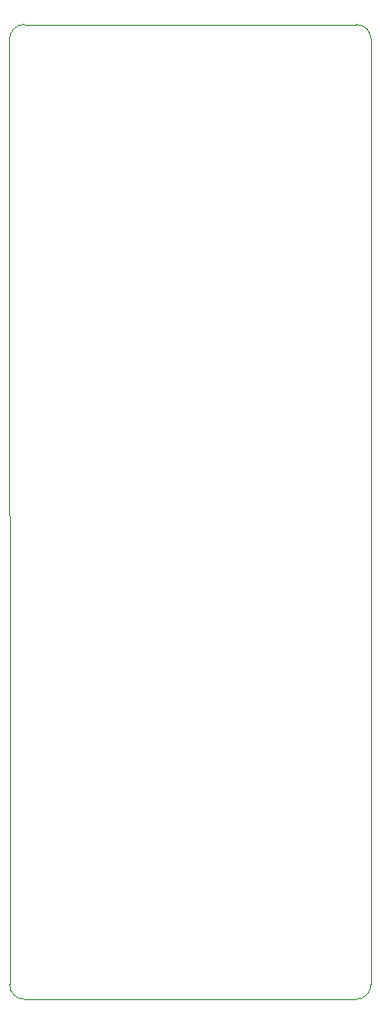
<source format=gbr>
G04 #@! TF.GenerationSoftware,KiCad,Pcbnew,8.0.3*
G04 #@! TF.CreationDate,2024-07-07T19:52:19-07:00*
G04 #@! TF.ProjectId,T568A_to_RJ11_adapter,54353638-415f-4746-9f5f-524a31315f61,1*
G04 #@! TF.SameCoordinates,Original*
G04 #@! TF.FileFunction,Profile,NP*
%FSLAX46Y46*%
G04 Gerber Fmt 4.6, Leading zero omitted, Abs format (unit mm)*
G04 Created by KiCad (PCBNEW 8.0.3) date 2024-07-07 19:52:19*
%MOMM*%
%LPD*%
G01*
G04 APERTURE LIST*
G04 #@! TA.AperFunction,Profile*
%ADD10C,0.050000*%
G04 #@! TD*
G04 APERTURE END LIST*
D10*
X83472974Y-55836026D02*
X83482000Y-136472000D01*
X114343000Y-136472000D02*
G75*
G02*
X113073000Y-137742000I-1270000J0D01*
G01*
X113073000Y-54557000D02*
X84752000Y-54557000D01*
X83472975Y-55836026D02*
G75*
G02*
X84752000Y-54547943I1279025J9026D01*
G01*
X114343000Y-136472000D02*
X114343000Y-55827000D01*
X84752000Y-137742000D02*
G75*
G02*
X83482000Y-136472000I0J1270000D01*
G01*
X84752000Y-137742000D02*
X113073000Y-137742000D01*
X113073000Y-54557000D02*
G75*
G02*
X114343000Y-55827000I0J-1270000D01*
G01*
M02*

</source>
